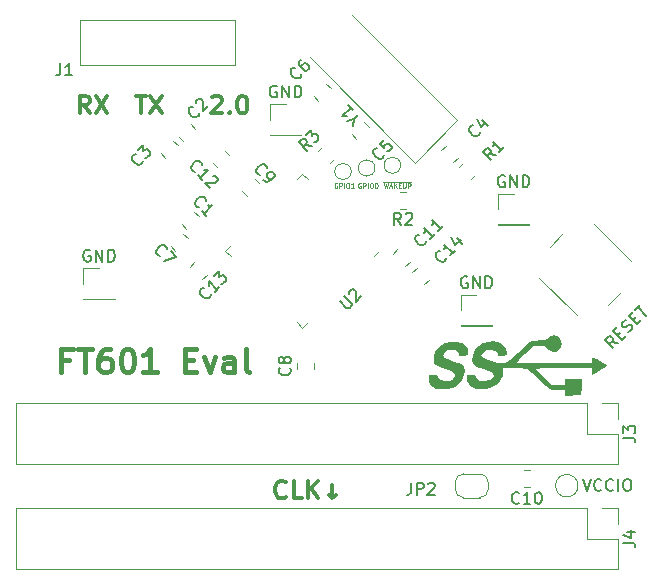
<source format=gbr>
%TF.GenerationSoftware,KiCad,Pcbnew,(6.0.4)*%
%TF.CreationDate,2022-04-10T17:23:06-04:00*%
%TF.ProjectId,ftdi601_breakout,66746469-3630-4315-9f62-7265616b6f75,rev?*%
%TF.SameCoordinates,Original*%
%TF.FileFunction,Legend,Top*%
%TF.FilePolarity,Positive*%
%FSLAX46Y46*%
G04 Gerber Fmt 4.6, Leading zero omitted, Abs format (unit mm)*
G04 Created by KiCad (PCBNEW (6.0.4)) date 2022-04-10 17:23:06*
%MOMM*%
%LPD*%
G01*
G04 APERTURE LIST*
%ADD10C,0.300000*%
%ADD11C,0.400000*%
%ADD12C,0.150000*%
%ADD13C,0.100000*%
%ADD14C,0.120000*%
G04 APERTURE END LIST*
D10*
X136414177Y-74378571D02*
X137271320Y-74378571D01*
X136842749Y-75878571D02*
X136842749Y-74378571D01*
X137628463Y-74378571D02*
X138628463Y-75878571D01*
X138628463Y-74378571D02*
X137628463Y-75878571D01*
D11*
X130766558Y-96757142D02*
X130099892Y-96757142D01*
X130099892Y-97804761D02*
X130099892Y-95804761D01*
X131052273Y-95804761D01*
X131528463Y-95804761D02*
X132671320Y-95804761D01*
X132099892Y-97804761D02*
X132099892Y-95804761D01*
X134195130Y-95804761D02*
X133814177Y-95804761D01*
X133623701Y-95900000D01*
X133528463Y-95995238D01*
X133337987Y-96280952D01*
X133242749Y-96661904D01*
X133242749Y-97423809D01*
X133337987Y-97614285D01*
X133433225Y-97709523D01*
X133623701Y-97804761D01*
X134004654Y-97804761D01*
X134195130Y-97709523D01*
X134290368Y-97614285D01*
X134385606Y-97423809D01*
X134385606Y-96947619D01*
X134290368Y-96757142D01*
X134195130Y-96661904D01*
X134004654Y-96566666D01*
X133623701Y-96566666D01*
X133433225Y-96661904D01*
X133337987Y-96757142D01*
X133242749Y-96947619D01*
X135623701Y-95804761D02*
X135814177Y-95804761D01*
X136004654Y-95900000D01*
X136099892Y-95995238D01*
X136195130Y-96185714D01*
X136290368Y-96566666D01*
X136290368Y-97042857D01*
X136195130Y-97423809D01*
X136099892Y-97614285D01*
X136004654Y-97709523D01*
X135814177Y-97804761D01*
X135623701Y-97804761D01*
X135433225Y-97709523D01*
X135337987Y-97614285D01*
X135242749Y-97423809D01*
X135147511Y-97042857D01*
X135147511Y-96566666D01*
X135242749Y-96185714D01*
X135337987Y-95995238D01*
X135433225Y-95900000D01*
X135623701Y-95804761D01*
X138195130Y-97804761D02*
X137052273Y-97804761D01*
X137623701Y-97804761D02*
X137623701Y-95804761D01*
X137433225Y-96090476D01*
X137242749Y-96280952D01*
X137052273Y-96376190D01*
X140576082Y-96757142D02*
X141242749Y-96757142D01*
X141528463Y-97804761D02*
X140576082Y-97804761D01*
X140576082Y-95804761D01*
X141528463Y-95804761D01*
X142195130Y-96471428D02*
X142671320Y-97804761D01*
X143147511Y-96471428D01*
X144766558Y-97804761D02*
X144766558Y-96757142D01*
X144671320Y-96566666D01*
X144480844Y-96471428D01*
X144099892Y-96471428D01*
X143909415Y-96566666D01*
X144766558Y-97709523D02*
X144576082Y-97804761D01*
X144099892Y-97804761D01*
X143909415Y-97709523D01*
X143814177Y-97519047D01*
X143814177Y-97328571D01*
X143909415Y-97138095D01*
X144099892Y-97042857D01*
X144576082Y-97042857D01*
X144766558Y-96947619D01*
X146004654Y-97804761D02*
X145814177Y-97709523D01*
X145718939Y-97519047D01*
X145718939Y-95804761D01*
D10*
X149135606Y-108335714D02*
X149064177Y-108407142D01*
X148849892Y-108478571D01*
X148707035Y-108478571D01*
X148492749Y-108407142D01*
X148349892Y-108264285D01*
X148278463Y-108121428D01*
X148207035Y-107835714D01*
X148207035Y-107621428D01*
X148278463Y-107335714D01*
X148349892Y-107192857D01*
X148492749Y-107050000D01*
X148707035Y-106978571D01*
X148849892Y-106978571D01*
X149064177Y-107050000D01*
X149135606Y-107121428D01*
X150492749Y-108478571D02*
X149778463Y-108478571D01*
X149778463Y-106978571D01*
X150992749Y-108478571D02*
X150992749Y-106978571D01*
X151849892Y-108478571D02*
X151207035Y-107621428D01*
X151849892Y-106978571D02*
X150992749Y-107835714D01*
X153064177Y-107335714D02*
X153064177Y-108478571D01*
X153349892Y-108192857D02*
X153064177Y-108478571D01*
X152778463Y-108192857D01*
X142857035Y-74521428D02*
X142928463Y-74450000D01*
X143071320Y-74378571D01*
X143428463Y-74378571D01*
X143571320Y-74450000D01*
X143642749Y-74521428D01*
X143714177Y-74664285D01*
X143714177Y-74807142D01*
X143642749Y-75021428D01*
X142785606Y-75878571D01*
X143714177Y-75878571D01*
X144357035Y-75735714D02*
X144428463Y-75807142D01*
X144357035Y-75878571D01*
X144285606Y-75807142D01*
X144357035Y-75735714D01*
X144357035Y-75878571D01*
X145357035Y-74378571D02*
X145499892Y-74378571D01*
X145642749Y-74450000D01*
X145714177Y-74521428D01*
X145785606Y-74664285D01*
X145857035Y-74950000D01*
X145857035Y-75307142D01*
X145785606Y-75592857D01*
X145714177Y-75735714D01*
X145642749Y-75807142D01*
X145499892Y-75878571D01*
X145357035Y-75878571D01*
X145214177Y-75807142D01*
X145142749Y-75735714D01*
X145071320Y-75592857D01*
X144999892Y-75307142D01*
X144999892Y-74950000D01*
X145071320Y-74664285D01*
X145142749Y-74521428D01*
X145214177Y-74450000D01*
X145357035Y-74378571D01*
X132507035Y-75878571D02*
X132007035Y-75164285D01*
X131649892Y-75878571D02*
X131649892Y-74378571D01*
X132221320Y-74378571D01*
X132364177Y-74450000D01*
X132435606Y-74521428D01*
X132507035Y-74664285D01*
X132507035Y-74878571D01*
X132435606Y-75021428D01*
X132364177Y-75092857D01*
X132221320Y-75164285D01*
X131649892Y-75164285D01*
X133007035Y-74378571D02*
X134007035Y-75878571D01*
X134007035Y-74378571D02*
X133007035Y-75878571D01*
D12*
%TO.C,J1*%
X130023701Y-71652380D02*
X130023701Y-72366666D01*
X129976082Y-72509523D01*
X129880844Y-72604761D01*
X129737987Y-72652380D01*
X129642749Y-72652380D01*
X131023701Y-72652380D02*
X130452273Y-72652380D01*
X130737987Y-72652380D02*
X130737987Y-71652380D01*
X130642749Y-71795238D01*
X130547511Y-71890476D01*
X130452273Y-71938095D01*
%TO.C,C2*%
X141791722Y-75870389D02*
X141791722Y-75937732D01*
X141724378Y-76072419D01*
X141657035Y-76139763D01*
X141522347Y-76207106D01*
X141387660Y-76207106D01*
X141286645Y-76173435D01*
X141118286Y-76072419D01*
X141017271Y-75971404D01*
X140916256Y-75803045D01*
X140882584Y-75702030D01*
X140882584Y-75567343D01*
X140949928Y-75432656D01*
X141017271Y-75365312D01*
X141151958Y-75297969D01*
X141219302Y-75297969D01*
X141488676Y-75028595D02*
X141488676Y-74961251D01*
X141522347Y-74860236D01*
X141690706Y-74691877D01*
X141791722Y-74658206D01*
X141859065Y-74658206D01*
X141960080Y-74691877D01*
X142027424Y-74759221D01*
X142094767Y-74893908D01*
X142094767Y-75702030D01*
X142532500Y-75264297D01*
%TO.C,C11*%
X160997969Y-86707106D02*
X160997969Y-86774450D01*
X160930625Y-86909137D01*
X160863282Y-86976480D01*
X160728595Y-87043824D01*
X160593908Y-87043824D01*
X160492893Y-87010152D01*
X160324534Y-86909137D01*
X160223519Y-86808122D01*
X160122503Y-86639763D01*
X160088832Y-86538748D01*
X160088832Y-86404061D01*
X160156175Y-86269374D01*
X160223519Y-86202030D01*
X160358206Y-86134687D01*
X160425549Y-86134687D01*
X161738748Y-86101015D02*
X161334687Y-86505076D01*
X161536717Y-86303045D02*
X160829610Y-85595938D01*
X160863282Y-85764297D01*
X160863282Y-85898984D01*
X160829610Y-86000000D01*
X162412183Y-85427580D02*
X162008122Y-85831641D01*
X162210152Y-85629610D02*
X161503045Y-84922503D01*
X161536717Y-85090862D01*
X161536717Y-85225549D01*
X161503045Y-85326564D01*
%TO.C,C10*%
X168864177Y-108837142D02*
X168816558Y-108884761D01*
X168673701Y-108932380D01*
X168578463Y-108932380D01*
X168435606Y-108884761D01*
X168340368Y-108789523D01*
X168292749Y-108694285D01*
X168245130Y-108503809D01*
X168245130Y-108360952D01*
X168292749Y-108170476D01*
X168340368Y-108075238D01*
X168435606Y-107980000D01*
X168578463Y-107932380D01*
X168673701Y-107932380D01*
X168816558Y-107980000D01*
X168864177Y-108027619D01*
X169816558Y-108932380D02*
X169245130Y-108932380D01*
X169530844Y-108932380D02*
X169530844Y-107932380D01*
X169435606Y-108075238D01*
X169340368Y-108170476D01*
X169245130Y-108218095D01*
X170435606Y-107932380D02*
X170530844Y-107932380D01*
X170626082Y-107980000D01*
X170673701Y-108027619D01*
X170721320Y-108122857D01*
X170768939Y-108313333D01*
X170768939Y-108551428D01*
X170721320Y-108741904D01*
X170673701Y-108837142D01*
X170626082Y-108884761D01*
X170530844Y-108932380D01*
X170435606Y-108932380D01*
X170340368Y-108884761D01*
X170292749Y-108837142D01*
X170245130Y-108741904D01*
X170197511Y-108551428D01*
X170197511Y-108313333D01*
X170245130Y-108122857D01*
X170292749Y-108027619D01*
X170340368Y-107980000D01*
X170435606Y-107932380D01*
%TO.C,C8*%
X149434177Y-97416666D02*
X149481796Y-97464285D01*
X149529415Y-97607142D01*
X149529415Y-97702380D01*
X149481796Y-97845238D01*
X149386558Y-97940476D01*
X149291320Y-97988095D01*
X149100844Y-98035714D01*
X148957987Y-98035714D01*
X148767511Y-97988095D01*
X148672273Y-97940476D01*
X148577035Y-97845238D01*
X148529415Y-97702380D01*
X148529415Y-97607142D01*
X148577035Y-97464285D01*
X148624654Y-97416666D01*
X148957987Y-96845238D02*
X148910368Y-96940476D01*
X148862749Y-96988095D01*
X148767511Y-97035714D01*
X148719892Y-97035714D01*
X148624654Y-96988095D01*
X148577035Y-96940476D01*
X148529415Y-96845238D01*
X148529415Y-96654761D01*
X148577035Y-96559523D01*
X148624654Y-96511904D01*
X148719892Y-96464285D01*
X148767511Y-96464285D01*
X148862749Y-96511904D01*
X148910368Y-96559523D01*
X148957987Y-96654761D01*
X148957987Y-96845238D01*
X149005606Y-96940476D01*
X149053225Y-96988095D01*
X149148463Y-97035714D01*
X149338939Y-97035714D01*
X149434177Y-96988095D01*
X149481796Y-96940476D01*
X149529415Y-96845238D01*
X149529415Y-96654761D01*
X149481796Y-96559523D01*
X149434177Y-96511904D01*
X149338939Y-96464285D01*
X149148463Y-96464285D01*
X149053225Y-96511904D01*
X149005606Y-96559523D01*
X148957987Y-96654761D01*
%TO.C,J3*%
X177682380Y-103328333D02*
X178396666Y-103328333D01*
X178539523Y-103375952D01*
X178634761Y-103471190D01*
X178682380Y-103614047D01*
X178682380Y-103709285D01*
X177682380Y-102947380D02*
X177682380Y-102328333D01*
X178063333Y-102661666D01*
X178063333Y-102518809D01*
X178110952Y-102423571D01*
X178158571Y-102375952D01*
X178253809Y-102328333D01*
X178491904Y-102328333D01*
X178587142Y-102375952D01*
X178634761Y-102423571D01*
X178682380Y-102518809D01*
X178682380Y-102804523D01*
X178634761Y-102899761D01*
X178587142Y-102947380D01*
%TO.C,C6*%
X150434687Y-72570389D02*
X150434687Y-72637732D01*
X150367343Y-72772419D01*
X150300000Y-72839763D01*
X150165312Y-72907106D01*
X150030625Y-72907106D01*
X149929610Y-72873435D01*
X149761251Y-72772419D01*
X149660236Y-72671404D01*
X149559221Y-72503045D01*
X149525549Y-72402030D01*
X149525549Y-72267343D01*
X149592893Y-72132656D01*
X149660236Y-72065312D01*
X149794923Y-71997969D01*
X149862267Y-71997969D01*
X150401015Y-71324534D02*
X150266328Y-71459221D01*
X150232656Y-71560236D01*
X150232656Y-71627580D01*
X150266328Y-71795938D01*
X150367343Y-71964297D01*
X150636717Y-72233671D01*
X150737732Y-72267343D01*
X150805076Y-72267343D01*
X150906091Y-72233671D01*
X151040778Y-72098984D01*
X151074450Y-71997969D01*
X151074450Y-71930625D01*
X151040778Y-71829610D01*
X150872419Y-71661251D01*
X150771404Y-71627580D01*
X150704061Y-71627580D01*
X150603045Y-71661251D01*
X150468358Y-71795938D01*
X150434687Y-71896954D01*
X150434687Y-71964297D01*
X150468358Y-72065312D01*
%TO.C,C13*%
X142755004Y-91207106D02*
X142755004Y-91274450D01*
X142687660Y-91409137D01*
X142620317Y-91476480D01*
X142485630Y-91543824D01*
X142350943Y-91543824D01*
X142249928Y-91510152D01*
X142081569Y-91409137D01*
X141980554Y-91308122D01*
X141879538Y-91139763D01*
X141845867Y-91038748D01*
X141845867Y-90904061D01*
X141913210Y-90769374D01*
X141980554Y-90702030D01*
X142115241Y-90634687D01*
X142182584Y-90634687D01*
X143495783Y-90601015D02*
X143091722Y-91005076D01*
X143293752Y-90803045D02*
X142586645Y-90095938D01*
X142620317Y-90264297D01*
X142620317Y-90398984D01*
X142586645Y-90500000D01*
X143024378Y-89658206D02*
X143462111Y-89220473D01*
X143495783Y-89725549D01*
X143596798Y-89624534D01*
X143697813Y-89590862D01*
X143765157Y-89590862D01*
X143866172Y-89624534D01*
X144034531Y-89792893D01*
X144068202Y-89893908D01*
X144068202Y-89961251D01*
X144034531Y-90062267D01*
X143832500Y-90264297D01*
X143731485Y-90297969D01*
X143664141Y-90297969D01*
%TO.C,GND*%
X167638095Y-81170000D02*
X167542857Y-81122380D01*
X167400000Y-81122380D01*
X167257142Y-81170000D01*
X167161904Y-81265238D01*
X167114285Y-81360476D01*
X167066666Y-81550952D01*
X167066666Y-81693809D01*
X167114285Y-81884285D01*
X167161904Y-81979523D01*
X167257142Y-82074761D01*
X167400000Y-82122380D01*
X167495238Y-82122380D01*
X167638095Y-82074761D01*
X167685714Y-82027142D01*
X167685714Y-81693809D01*
X167495238Y-81693809D01*
X168114285Y-82122380D02*
X168114285Y-81122380D01*
X168685714Y-82122380D01*
X168685714Y-81122380D01*
X169161904Y-82122380D02*
X169161904Y-81122380D01*
X169400000Y-81122380D01*
X169542857Y-81170000D01*
X169638095Y-81265238D01*
X169685714Y-81360476D01*
X169733333Y-81550952D01*
X169733333Y-81693809D01*
X169685714Y-81884285D01*
X169638095Y-81979523D01*
X169542857Y-82074761D01*
X169400000Y-82122380D01*
X169161904Y-82122380D01*
D13*
%TO.C,GPIO0*%
X155466558Y-81800000D02*
X155428463Y-81780952D01*
X155371320Y-81780952D01*
X155314177Y-81800000D01*
X155276082Y-81838095D01*
X155257035Y-81876190D01*
X155237987Y-81952380D01*
X155237987Y-82009523D01*
X155257035Y-82085714D01*
X155276082Y-82123809D01*
X155314177Y-82161904D01*
X155371320Y-82180952D01*
X155409415Y-82180952D01*
X155466558Y-82161904D01*
X155485606Y-82142857D01*
X155485606Y-82009523D01*
X155409415Y-82009523D01*
X155657035Y-82180952D02*
X155657035Y-81780952D01*
X155809415Y-81780952D01*
X155847511Y-81800000D01*
X155866558Y-81819047D01*
X155885606Y-81857142D01*
X155885606Y-81914285D01*
X155866558Y-81952380D01*
X155847511Y-81971428D01*
X155809415Y-81990476D01*
X155657035Y-81990476D01*
X156057035Y-82180952D02*
X156057035Y-81780952D01*
X156323701Y-81780952D02*
X156399892Y-81780952D01*
X156437987Y-81800000D01*
X156476082Y-81838095D01*
X156495130Y-81914285D01*
X156495130Y-82047619D01*
X156476082Y-82123809D01*
X156437987Y-82161904D01*
X156399892Y-82180952D01*
X156323701Y-82180952D01*
X156285606Y-82161904D01*
X156247511Y-82123809D01*
X156228463Y-82047619D01*
X156228463Y-81914285D01*
X156247511Y-81838095D01*
X156285606Y-81800000D01*
X156323701Y-81780952D01*
X156742749Y-81780952D02*
X156780844Y-81780952D01*
X156818939Y-81800000D01*
X156837987Y-81819047D01*
X156857035Y-81857142D01*
X156876082Y-81933333D01*
X156876082Y-82028571D01*
X156857035Y-82104761D01*
X156837987Y-82142857D01*
X156818939Y-82161904D01*
X156780844Y-82180952D01*
X156742749Y-82180952D01*
X156704654Y-82161904D01*
X156685606Y-82142857D01*
X156666558Y-82104761D01*
X156647511Y-82028571D01*
X156647511Y-81933333D01*
X156666558Y-81857142D01*
X156685606Y-81819047D01*
X156704654Y-81800000D01*
X156742749Y-81780952D01*
D12*
%TO.C,R2*%
X158865368Y-85302380D02*
X158532035Y-84826190D01*
X158293939Y-85302380D02*
X158293939Y-84302380D01*
X158674892Y-84302380D01*
X158770130Y-84350000D01*
X158817749Y-84397619D01*
X158865368Y-84492857D01*
X158865368Y-84635714D01*
X158817749Y-84730952D01*
X158770130Y-84778571D01*
X158674892Y-84826190D01*
X158293939Y-84826190D01*
X159246320Y-84397619D02*
X159293939Y-84350000D01*
X159389177Y-84302380D01*
X159627273Y-84302380D01*
X159722511Y-84350000D01*
X159770130Y-84397619D01*
X159817749Y-84492857D01*
X159817749Y-84588095D01*
X159770130Y-84730952D01*
X159198701Y-85302380D01*
X159817749Y-85302380D01*
%TO.C,C5*%
X157434687Y-79370389D02*
X157434687Y-79437732D01*
X157367343Y-79572419D01*
X157300000Y-79639763D01*
X157165312Y-79707106D01*
X157030625Y-79707106D01*
X156929610Y-79673435D01*
X156761251Y-79572419D01*
X156660236Y-79471404D01*
X156559221Y-79303045D01*
X156525549Y-79202030D01*
X156525549Y-79067343D01*
X156592893Y-78932656D01*
X156660236Y-78865312D01*
X156794923Y-78797969D01*
X156862267Y-78797969D01*
X157434687Y-78090862D02*
X157097969Y-78427580D01*
X157401015Y-78797969D01*
X157401015Y-78730625D01*
X157434687Y-78629610D01*
X157603045Y-78461251D01*
X157704061Y-78427580D01*
X157771404Y-78427580D01*
X157872419Y-78461251D01*
X158040778Y-78629610D01*
X158074450Y-78730625D01*
X158074450Y-78797969D01*
X158040778Y-78898984D01*
X157872419Y-79067343D01*
X157771404Y-79101015D01*
X157704061Y-79101015D01*
%TO.C,C4*%
X165534687Y-77470389D02*
X165534687Y-77537732D01*
X165467343Y-77672419D01*
X165400000Y-77739763D01*
X165265312Y-77807106D01*
X165130625Y-77807106D01*
X165029610Y-77773435D01*
X164861251Y-77672419D01*
X164760236Y-77571404D01*
X164659221Y-77403045D01*
X164625549Y-77302030D01*
X164625549Y-77167343D01*
X164692893Y-77032656D01*
X164760236Y-76965312D01*
X164894923Y-76897969D01*
X164962267Y-76897969D01*
X165736717Y-76460236D02*
X166208122Y-76931641D01*
X165298984Y-76359221D02*
X165635702Y-77032656D01*
X166073435Y-76594923D01*
%TO.C,C14*%
X162697969Y-88107106D02*
X162697969Y-88174450D01*
X162630625Y-88309137D01*
X162563282Y-88376480D01*
X162428595Y-88443824D01*
X162293908Y-88443824D01*
X162192893Y-88410152D01*
X162024534Y-88309137D01*
X161923519Y-88208122D01*
X161822503Y-88039763D01*
X161788832Y-87938748D01*
X161788832Y-87804061D01*
X161856175Y-87669374D01*
X161923519Y-87602030D01*
X162058206Y-87534687D01*
X162125549Y-87534687D01*
X163438748Y-87501015D02*
X163034687Y-87905076D01*
X163236717Y-87703045D02*
X162529610Y-86995938D01*
X162563282Y-87164297D01*
X162563282Y-87298984D01*
X162529610Y-87400000D01*
X163573435Y-86423519D02*
X164044839Y-86894923D01*
X163135702Y-86322503D02*
X163472419Y-86995938D01*
X163910152Y-86558206D01*
%TO.C,GND*%
X148338095Y-73570000D02*
X148242857Y-73522380D01*
X148100000Y-73522380D01*
X147957142Y-73570000D01*
X147861904Y-73665238D01*
X147814285Y-73760476D01*
X147766666Y-73950952D01*
X147766666Y-74093809D01*
X147814285Y-74284285D01*
X147861904Y-74379523D01*
X147957142Y-74474761D01*
X148100000Y-74522380D01*
X148195238Y-74522380D01*
X148338095Y-74474761D01*
X148385714Y-74427142D01*
X148385714Y-74093809D01*
X148195238Y-74093809D01*
X148814285Y-74522380D02*
X148814285Y-73522380D01*
X149385714Y-74522380D01*
X149385714Y-73522380D01*
X149861904Y-74522380D02*
X149861904Y-73522380D01*
X150100000Y-73522380D01*
X150242857Y-73570000D01*
X150338095Y-73665238D01*
X150385714Y-73760476D01*
X150433333Y-73950952D01*
X150433333Y-74093809D01*
X150385714Y-74284285D01*
X150338095Y-74379523D01*
X150242857Y-74474761D01*
X150100000Y-74522380D01*
X149861904Y-74522380D01*
%TO.C,R3*%
X151302030Y-78637731D02*
X150729610Y-78536716D01*
X150897969Y-79041792D02*
X150190862Y-78334686D01*
X150460236Y-78065311D01*
X150561251Y-78031640D01*
X150628595Y-78031640D01*
X150729610Y-78065311D01*
X150830625Y-78166327D01*
X150864297Y-78267342D01*
X150864297Y-78334686D01*
X150830625Y-78435701D01*
X150561251Y-78705075D01*
X150830625Y-77694922D02*
X151268358Y-77257189D01*
X151302030Y-77762266D01*
X151403045Y-77661250D01*
X151504061Y-77627579D01*
X151571404Y-77627579D01*
X151672419Y-77661250D01*
X151840778Y-77829609D01*
X151874450Y-77930624D01*
X151874450Y-77997968D01*
X151840778Y-78098983D01*
X151638748Y-78301014D01*
X151537732Y-78334686D01*
X151470389Y-78334686D01*
%TO.C,RESET*%
X177249928Y-95346870D02*
X176677508Y-95245854D01*
X176845867Y-95750931D02*
X176138760Y-95043824D01*
X176408134Y-94774450D01*
X176509149Y-94740778D01*
X176576493Y-94740778D01*
X176677508Y-94774450D01*
X176778523Y-94875465D01*
X176812195Y-94976480D01*
X176812195Y-95043824D01*
X176778523Y-95144839D01*
X176509149Y-95414213D01*
X177182584Y-94673435D02*
X177418286Y-94437732D01*
X177889691Y-94707106D02*
X177552973Y-95043824D01*
X176845867Y-94336717D01*
X177182584Y-94000000D01*
X178125393Y-94404061D02*
X178260080Y-94336717D01*
X178428439Y-94168358D01*
X178462111Y-94067343D01*
X178462111Y-94000000D01*
X178428439Y-93898984D01*
X178361096Y-93831641D01*
X178260080Y-93797969D01*
X178192737Y-93797969D01*
X178091722Y-93831641D01*
X177923363Y-93932656D01*
X177822347Y-93966328D01*
X177755004Y-93966328D01*
X177653989Y-93932656D01*
X177586645Y-93865312D01*
X177552973Y-93764297D01*
X177552973Y-93696954D01*
X177586645Y-93595938D01*
X177755004Y-93427580D01*
X177889691Y-93360236D01*
X178495783Y-93360236D02*
X178731485Y-93124534D01*
X179202889Y-93393908D02*
X178866172Y-93730625D01*
X178159065Y-93023519D01*
X178495783Y-92686801D01*
X178697813Y-92484771D02*
X179101874Y-92080710D01*
X179606950Y-92989847D02*
X178899844Y-92282740D01*
%TO.C,C7*%
X138486645Y-87934687D02*
X138419302Y-87934687D01*
X138284615Y-87867343D01*
X138217271Y-87800000D01*
X138149928Y-87665312D01*
X138149928Y-87530625D01*
X138183599Y-87429610D01*
X138284615Y-87261251D01*
X138385630Y-87160236D01*
X138553989Y-87059221D01*
X138655004Y-87025549D01*
X138789691Y-87025549D01*
X138924378Y-87092893D01*
X138991722Y-87160236D01*
X139059065Y-87294923D01*
X139059065Y-87362267D01*
X139362111Y-87530625D02*
X139833515Y-88002030D01*
X138823363Y-88406091D01*
%TO.C,J4*%
X177682380Y-112218333D02*
X178396666Y-112218333D01*
X178539523Y-112265952D01*
X178634761Y-112361190D01*
X178682380Y-112504047D01*
X178682380Y-112599285D01*
X178015714Y-111313571D02*
X178682380Y-111313571D01*
X177634761Y-111551666D02*
X178349047Y-111789761D01*
X178349047Y-111170714D01*
%TO.C,Y1*%
X154909652Y-76363782D02*
X155246370Y-76027064D01*
X154774965Y-76969873D02*
X154909652Y-76363782D01*
X154303561Y-76498469D01*
X154404576Y-75185271D02*
X154808637Y-75589332D01*
X154606606Y-75387301D02*
X153899500Y-76094408D01*
X154067858Y-76060736D01*
X154202545Y-76060736D01*
X154303561Y-76094408D01*
%TO.C,C9*%
X146953424Y-81082624D02*
X146886081Y-81082624D01*
X146751394Y-81015280D01*
X146684050Y-80947937D01*
X146616707Y-80813249D01*
X146616707Y-80678562D01*
X146650378Y-80577547D01*
X146751394Y-80409188D01*
X146852409Y-80308173D01*
X147020768Y-80207158D01*
X147121783Y-80173486D01*
X147256470Y-80173486D01*
X147391157Y-80240830D01*
X147458501Y-80308173D01*
X147525844Y-80442860D01*
X147525844Y-80510204D01*
X147222798Y-81486685D02*
X147357485Y-81621372D01*
X147458501Y-81655043D01*
X147525844Y-81655043D01*
X147694203Y-81621372D01*
X147862562Y-81520356D01*
X148131936Y-81250982D01*
X148165607Y-81149967D01*
X148165607Y-81082624D01*
X148131936Y-80981608D01*
X147997249Y-80846921D01*
X147896233Y-80813249D01*
X147828890Y-80813249D01*
X147727875Y-80846921D01*
X147559516Y-81015280D01*
X147525844Y-81116295D01*
X147525844Y-81183639D01*
X147559516Y-81284654D01*
X147694203Y-81419341D01*
X147795218Y-81453013D01*
X147862562Y-81453013D01*
X147963577Y-81419341D01*
%TO.C,JP2*%
X159723701Y-107152380D02*
X159723701Y-107866666D01*
X159676082Y-108009523D01*
X159580844Y-108104761D01*
X159437987Y-108152380D01*
X159342749Y-108152380D01*
X160199892Y-108152380D02*
X160199892Y-107152380D01*
X160580844Y-107152380D01*
X160676082Y-107200000D01*
X160723701Y-107247619D01*
X160771320Y-107342857D01*
X160771320Y-107485714D01*
X160723701Y-107580952D01*
X160676082Y-107628571D01*
X160580844Y-107676190D01*
X160199892Y-107676190D01*
X161152273Y-107247619D02*
X161199892Y-107200000D01*
X161295130Y-107152380D01*
X161533225Y-107152380D01*
X161628463Y-107200000D01*
X161676082Y-107247619D01*
X161723701Y-107342857D01*
X161723701Y-107438095D01*
X161676082Y-107580952D01*
X161104654Y-108152380D01*
X161723701Y-108152380D01*
%TO.C,C1*%
X141786645Y-83834687D02*
X141719302Y-83834687D01*
X141584615Y-83767343D01*
X141517271Y-83700000D01*
X141449928Y-83565312D01*
X141449928Y-83430625D01*
X141483599Y-83329610D01*
X141584615Y-83161251D01*
X141685630Y-83060236D01*
X141853989Y-82959221D01*
X141955004Y-82925549D01*
X142089691Y-82925549D01*
X142224378Y-82992893D01*
X142291722Y-83060236D01*
X142359065Y-83194923D01*
X142359065Y-83262267D01*
X142392737Y-84575465D02*
X141988676Y-84171404D01*
X142190706Y-84373435D02*
X142897813Y-83666328D01*
X142729454Y-83700000D01*
X142594767Y-83700000D01*
X142493752Y-83666328D01*
%TO.C,U2*%
X153675245Y-91773021D02*
X154247665Y-92345441D01*
X154348680Y-92379113D01*
X154416024Y-92379113D01*
X154517039Y-92345441D01*
X154651726Y-92210754D01*
X154685398Y-92109739D01*
X154685398Y-92042395D01*
X154651726Y-91941380D01*
X154079306Y-91368960D01*
X154449696Y-91133258D02*
X154449696Y-91065915D01*
X154483367Y-90964899D01*
X154651726Y-90796541D01*
X154752741Y-90762869D01*
X154820085Y-90762869D01*
X154921100Y-90796541D01*
X154988444Y-90863884D01*
X155055787Y-90998571D01*
X155055787Y-91806693D01*
X155493520Y-91368960D01*
%TO.C,R1*%
X166902030Y-79437732D02*
X166329610Y-79336717D01*
X166497969Y-79841793D02*
X165790862Y-79134687D01*
X166060236Y-78865312D01*
X166161251Y-78831641D01*
X166228595Y-78831641D01*
X166329610Y-78865312D01*
X166430625Y-78966328D01*
X166464297Y-79067343D01*
X166464297Y-79134687D01*
X166430625Y-79235702D01*
X166161251Y-79505076D01*
X167575465Y-78764297D02*
X167171404Y-79168358D01*
X167373435Y-78966328D02*
X166666328Y-78259221D01*
X166700000Y-78427580D01*
X166700000Y-78562267D01*
X166666328Y-78663282D01*
%TO.C,C12*%
X141449928Y-80797969D02*
X141382584Y-80797969D01*
X141247897Y-80730625D01*
X141180554Y-80663282D01*
X141113210Y-80528595D01*
X141113210Y-80393908D01*
X141146882Y-80292893D01*
X141247897Y-80124534D01*
X141348912Y-80023519D01*
X141517271Y-79922503D01*
X141618286Y-79888832D01*
X141752973Y-79888832D01*
X141887660Y-79956175D01*
X141955004Y-80023519D01*
X142022347Y-80158206D01*
X142022347Y-80225549D01*
X142056019Y-81538748D02*
X141651958Y-81134687D01*
X141853989Y-81336717D02*
X142561096Y-80629610D01*
X142392737Y-80663282D01*
X142258050Y-80663282D01*
X142157035Y-80629610D01*
X142965157Y-81168358D02*
X143032500Y-81168358D01*
X143133515Y-81202030D01*
X143301874Y-81370389D01*
X143335546Y-81471404D01*
X143335546Y-81538748D01*
X143301874Y-81639763D01*
X143234531Y-81707106D01*
X143099844Y-81774450D01*
X142291722Y-81774450D01*
X142729454Y-82212183D01*
D13*
%TO.C,~{WAKEUP}*%
X157366558Y-81668000D02*
X157823701Y-81668000D01*
X157423701Y-81780952D02*
X157518939Y-82180952D01*
X157595130Y-81895238D01*
X157671320Y-82180952D01*
X157766558Y-81780952D01*
X157823701Y-81668000D02*
X158166558Y-81668000D01*
X157899892Y-82066666D02*
X158090368Y-82066666D01*
X157861796Y-82180952D02*
X157995130Y-81780952D01*
X158128463Y-82180952D01*
X158166558Y-81668000D02*
X158566558Y-81668000D01*
X158261796Y-82180952D02*
X158261796Y-81780952D01*
X158490368Y-82180952D02*
X158318939Y-81952380D01*
X158490368Y-81780952D02*
X158261796Y-82009523D01*
X158566558Y-81668000D02*
X158928463Y-81668000D01*
X158661796Y-81971428D02*
X158795130Y-81971428D01*
X158852273Y-82180952D02*
X158661796Y-82180952D01*
X158661796Y-81780952D01*
X158852273Y-81780952D01*
X158928463Y-81668000D02*
X159347511Y-81668000D01*
X159023701Y-81780952D02*
X159023701Y-82104761D01*
X159042749Y-82142857D01*
X159061796Y-82161904D01*
X159099892Y-82180952D01*
X159176082Y-82180952D01*
X159214177Y-82161904D01*
X159233225Y-82142857D01*
X159252273Y-82104761D01*
X159252273Y-81780952D01*
X159347511Y-81668000D02*
X159747511Y-81668000D01*
X159442749Y-82180952D02*
X159442749Y-81780952D01*
X159595130Y-81780952D01*
X159633225Y-81800000D01*
X159652273Y-81819047D01*
X159671320Y-81857142D01*
X159671320Y-81914285D01*
X159652273Y-81952380D01*
X159633225Y-81971428D01*
X159595130Y-81990476D01*
X159442749Y-81990476D01*
D12*
%TO.C,GND*%
X164495130Y-89720000D02*
X164399892Y-89672380D01*
X164257035Y-89672380D01*
X164114177Y-89720000D01*
X164018939Y-89815238D01*
X163971320Y-89910476D01*
X163923701Y-90100952D01*
X163923701Y-90243809D01*
X163971320Y-90434285D01*
X164018939Y-90529523D01*
X164114177Y-90624761D01*
X164257035Y-90672380D01*
X164352273Y-90672380D01*
X164495130Y-90624761D01*
X164542749Y-90577142D01*
X164542749Y-90243809D01*
X164352273Y-90243809D01*
X164971320Y-90672380D02*
X164971320Y-89672380D01*
X165542749Y-90672380D01*
X165542749Y-89672380D01*
X166018939Y-90672380D02*
X166018939Y-89672380D01*
X166257035Y-89672380D01*
X166399892Y-89720000D01*
X166495130Y-89815238D01*
X166542749Y-89910476D01*
X166590368Y-90100952D01*
X166590368Y-90243809D01*
X166542749Y-90434285D01*
X166495130Y-90529523D01*
X166399892Y-90624761D01*
X166257035Y-90672380D01*
X166018939Y-90672380D01*
X132538095Y-87470000D02*
X132442857Y-87422380D01*
X132300000Y-87422380D01*
X132157142Y-87470000D01*
X132061904Y-87565238D01*
X132014285Y-87660476D01*
X131966666Y-87850952D01*
X131966666Y-87993809D01*
X132014285Y-88184285D01*
X132061904Y-88279523D01*
X132157142Y-88374761D01*
X132300000Y-88422380D01*
X132395238Y-88422380D01*
X132538095Y-88374761D01*
X132585714Y-88327142D01*
X132585714Y-87993809D01*
X132395238Y-87993809D01*
X133014285Y-88422380D02*
X133014285Y-87422380D01*
X133585714Y-88422380D01*
X133585714Y-87422380D01*
X134061904Y-88422380D02*
X134061904Y-87422380D01*
X134300000Y-87422380D01*
X134442857Y-87470000D01*
X134538095Y-87565238D01*
X134585714Y-87660476D01*
X134633333Y-87850952D01*
X134633333Y-87993809D01*
X134585714Y-88184285D01*
X134538095Y-88279523D01*
X134442857Y-88374761D01*
X134300000Y-88422380D01*
X134061904Y-88422380D01*
%TO.C,C3*%
X136991722Y-79870389D02*
X136991722Y-79937732D01*
X136924378Y-80072419D01*
X136857035Y-80139763D01*
X136722347Y-80207106D01*
X136587660Y-80207106D01*
X136486645Y-80173435D01*
X136318286Y-80072419D01*
X136217271Y-79971404D01*
X136116256Y-79803045D01*
X136082584Y-79702030D01*
X136082584Y-79567343D01*
X136149928Y-79432656D01*
X136217271Y-79365312D01*
X136351958Y-79297969D01*
X136419302Y-79297969D01*
X136587660Y-78994923D02*
X137025393Y-78557190D01*
X137059065Y-79062267D01*
X137160080Y-78961251D01*
X137261096Y-78927580D01*
X137328439Y-78927580D01*
X137429454Y-78961251D01*
X137597813Y-79129610D01*
X137631485Y-79230625D01*
X137631485Y-79297969D01*
X137597813Y-79398984D01*
X137395783Y-79601015D01*
X137294767Y-79634687D01*
X137227424Y-79634687D01*
%TO.C,VCCIO*%
X174261796Y-106852380D02*
X174595130Y-107852380D01*
X174928463Y-106852380D01*
X175833225Y-107757142D02*
X175785606Y-107804761D01*
X175642749Y-107852380D01*
X175547511Y-107852380D01*
X175404654Y-107804761D01*
X175309415Y-107709523D01*
X175261796Y-107614285D01*
X175214177Y-107423809D01*
X175214177Y-107280952D01*
X175261796Y-107090476D01*
X175309415Y-106995238D01*
X175404654Y-106900000D01*
X175547511Y-106852380D01*
X175642749Y-106852380D01*
X175785606Y-106900000D01*
X175833225Y-106947619D01*
X176833225Y-107757142D02*
X176785606Y-107804761D01*
X176642749Y-107852380D01*
X176547511Y-107852380D01*
X176404654Y-107804761D01*
X176309415Y-107709523D01*
X176261796Y-107614285D01*
X176214177Y-107423809D01*
X176214177Y-107280952D01*
X176261796Y-107090476D01*
X176309415Y-106995238D01*
X176404654Y-106900000D01*
X176547511Y-106852380D01*
X176642749Y-106852380D01*
X176785606Y-106900000D01*
X176833225Y-106947619D01*
X177261796Y-107852380D02*
X177261796Y-106852380D01*
X177928463Y-106852380D02*
X178118939Y-106852380D01*
X178214177Y-106900000D01*
X178309415Y-106995238D01*
X178357035Y-107185714D01*
X178357035Y-107519047D01*
X178309415Y-107709523D01*
X178214177Y-107804761D01*
X178118939Y-107852380D01*
X177928463Y-107852380D01*
X177833225Y-107804761D01*
X177737987Y-107709523D01*
X177690368Y-107519047D01*
X177690368Y-107185714D01*
X177737987Y-106995238D01*
X177833225Y-106900000D01*
X177928463Y-106852380D01*
D13*
%TO.C,GPIO1*%
X153466558Y-81800000D02*
X153428463Y-81780952D01*
X153371320Y-81780952D01*
X153314177Y-81800000D01*
X153276082Y-81838095D01*
X153257035Y-81876190D01*
X153237987Y-81952380D01*
X153237987Y-82009523D01*
X153257035Y-82085714D01*
X153276082Y-82123809D01*
X153314177Y-82161904D01*
X153371320Y-82180952D01*
X153409415Y-82180952D01*
X153466558Y-82161904D01*
X153485606Y-82142857D01*
X153485606Y-82009523D01*
X153409415Y-82009523D01*
X153657035Y-82180952D02*
X153657035Y-81780952D01*
X153809415Y-81780952D01*
X153847511Y-81800000D01*
X153866558Y-81819047D01*
X153885606Y-81857142D01*
X153885606Y-81914285D01*
X153866558Y-81952380D01*
X153847511Y-81971428D01*
X153809415Y-81990476D01*
X153657035Y-81990476D01*
X154057035Y-82180952D02*
X154057035Y-81780952D01*
X154323701Y-81780952D02*
X154399892Y-81780952D01*
X154437987Y-81800000D01*
X154476082Y-81838095D01*
X154495130Y-81914285D01*
X154495130Y-82047619D01*
X154476082Y-82123809D01*
X154437987Y-82161904D01*
X154399892Y-82180952D01*
X154323701Y-82180952D01*
X154285606Y-82161904D01*
X154247511Y-82123809D01*
X154228463Y-82047619D01*
X154228463Y-81914285D01*
X154247511Y-81838095D01*
X154285606Y-81800000D01*
X154323701Y-81780952D01*
X154876082Y-82180952D02*
X154647511Y-82180952D01*
X154761796Y-82180952D02*
X154761796Y-81780952D01*
X154723701Y-81838095D01*
X154685606Y-81876190D01*
X154647511Y-81895238D01*
D14*
%TO.C,J1*%
X144800000Y-71775000D02*
X131700000Y-71775000D01*
X131700000Y-71775000D02*
X131700000Y-67975000D01*
X131700000Y-67975000D02*
X144800000Y-67975000D01*
X144800000Y-67975000D02*
X144800000Y-71775000D01*
%TO.C,C2*%
X140415010Y-78204457D02*
X140045543Y-77834990D01*
X141454457Y-77165010D02*
X141084990Y-76795543D01*
%TO.C,C11*%
X158181419Y-87750885D02*
X158550886Y-87381418D01*
X159220866Y-88790332D02*
X159590333Y-88420865D01*
%TO.C,C10*%
X169768287Y-107535000D02*
X169245783Y-107535000D01*
X169768287Y-106065000D02*
X169245783Y-106065000D01*
%TO.C,C8*%
X150022035Y-97511252D02*
X150022035Y-96988748D01*
X151492035Y-97511252D02*
X151492035Y-96988748D01*
%TO.C,J3*%
X174630000Y-100395000D02*
X126310000Y-100395000D01*
X174630000Y-102995000D02*
X177230000Y-102995000D01*
X175900000Y-100395000D02*
X177230000Y-100395000D01*
X177230000Y-102995000D02*
X177230000Y-105595000D01*
X126310000Y-100395000D02*
X126310000Y-105595000D01*
X174630000Y-100395000D02*
X174630000Y-102995000D01*
X177230000Y-105595000D02*
X126310000Y-105595000D01*
X177230000Y-100395000D02*
X177230000Y-101725000D01*
%TO.C,C6*%
X152904457Y-73765010D02*
X152534990Y-73395543D01*
X151865010Y-74804457D02*
X151495543Y-74434990D01*
%TO.C,C13*%
X142034990Y-89904457D02*
X142404457Y-89534990D01*
X140995543Y-88865010D02*
X141365010Y-88495543D01*
%TO.C,GND*%
X169730000Y-85270000D02*
X169730000Y-85330000D01*
X167070000Y-85270000D02*
X167070000Y-85330000D01*
X167070000Y-82670000D02*
X168400000Y-82670000D01*
X167070000Y-85330000D02*
X169730000Y-85330000D01*
X167070000Y-85270000D02*
X169730000Y-85270000D01*
X167070000Y-84000000D02*
X167070000Y-82670000D01*
%TO.C,GPIO0*%
X156657035Y-80500000D02*
G75*
G03*
X156657035Y-80500000I-700000J0D01*
G01*
%TO.C,R2*%
X158792471Y-83985000D02*
X159246599Y-83985000D01*
X158792471Y-82515000D02*
X159246599Y-82515000D01*
%TO.C,C5*%
X154723792Y-77663239D02*
X155093259Y-78032706D01*
X155763239Y-76623792D02*
X156132706Y-76993259D01*
%TO.C,C4*%
X163306741Y-80032706D02*
X163676208Y-79663239D01*
X162267294Y-78993259D02*
X162636761Y-78623792D01*
%TO.C,C14*%
X160849115Y-90362083D02*
X161218582Y-89992616D01*
X159809668Y-89322636D02*
X160179135Y-88953169D01*
%TO.C,GND*%
X147770000Y-77670000D02*
X150430000Y-77670000D01*
X150430000Y-77670000D02*
X150430000Y-77730000D01*
X147770000Y-77730000D02*
X150430000Y-77730000D01*
X147770000Y-77670000D02*
X147770000Y-77730000D01*
X147770000Y-75070000D02*
X149100000Y-75070000D01*
X147770000Y-76400000D02*
X147770000Y-75070000D01*
%TO.C,R3*%
X152859165Y-80080282D02*
X153180282Y-79759165D01*
X151819718Y-79040835D02*
X152140835Y-78719718D01*
%TO.C,RESET*%
X176412491Y-92098097D02*
X177473152Y-91037437D01*
X170578860Y-89800000D02*
X173760841Y-92981981D01*
X172523404Y-86087689D02*
X171462744Y-87148350D01*
X178357035Y-88385787D02*
X175175055Y-85203806D01*
%TO.C,C7*%
X139395543Y-87134990D02*
X139765010Y-87504457D01*
X140434990Y-86095543D02*
X140804457Y-86465010D01*
%TO.C,J4*%
X177230000Y-109285000D02*
X177230000Y-110615000D01*
X177230000Y-114485000D02*
X126310000Y-114485000D01*
X174630000Y-111885000D02*
X177230000Y-111885000D01*
X174630000Y-109285000D02*
X126310000Y-109285000D01*
X126310000Y-109285000D02*
X126310000Y-114485000D01*
X177230000Y-111885000D02*
X177230000Y-114485000D01*
X174630000Y-109285000D02*
X174630000Y-111885000D01*
X175900000Y-109285000D02*
X177230000Y-109285000D01*
%TO.C,Y1*%
X160034493Y-80040738D02*
X163640738Y-76434493D01*
X151124948Y-71131192D02*
X160034493Y-80040738D01*
X163640738Y-76434493D02*
X154731192Y-67524948D01*
%TO.C,C9*%
X145431418Y-82470866D02*
X145800885Y-82840333D01*
X146470865Y-81431419D02*
X146840332Y-81800886D01*
%TO.C,JP2*%
X165550000Y-108400000D02*
X164150000Y-108400000D01*
X163450000Y-107700000D02*
X163450000Y-107100000D01*
X166250000Y-107100000D02*
X166250000Y-107700000D01*
X164150000Y-106400000D02*
X165550000Y-106400000D01*
X163450000Y-107700000D02*
G75*
G03*
X164150000Y-108400000I700000J0D01*
G01*
X166250000Y-107100000D02*
G75*
G03*
X165550000Y-106400000I-699999J1D01*
G01*
X165550000Y-108400000D02*
G75*
G03*
X166250000Y-107700000I1J699999D01*
G01*
X164150000Y-106400000D02*
G75*
G03*
X163450000Y-107100000I0J-700000D01*
G01*
%TO.C,G\u002A\u002A\u002A*%
G36*
X163594671Y-95200419D02*
G01*
X164017694Y-95297861D01*
X164324729Y-95485775D01*
X164507294Y-95755608D01*
X164556908Y-96098806D01*
X164551344Y-96165291D01*
X164522103Y-96301607D01*
X164445780Y-96371723D01*
X164278208Y-96403152D01*
X164154573Y-96412436D01*
X163928867Y-96418976D01*
X163818697Y-96391239D01*
X163784623Y-96315286D01*
X163783342Y-96281249D01*
X163716790Y-96065245D01*
X163518562Y-95931378D01*
X163190801Y-95881008D01*
X163152529Y-95880615D01*
X162819995Y-95927095D01*
X162583077Y-96056667D01*
X162464260Y-96254531D01*
X162454727Y-96339969D01*
X162487095Y-96478948D01*
X162600460Y-96592956D01*
X162819214Y-96697988D01*
X163167749Y-96810040D01*
X163174555Y-96811989D01*
X163659766Y-96971414D01*
X163995344Y-97128968D01*
X164178435Y-97283216D01*
X164203718Y-97329963D01*
X164260389Y-97668981D01*
X164208202Y-98052803D01*
X164056127Y-98423528D01*
X164026802Y-98471993D01*
X163705771Y-98837393D01*
X163284528Y-99088849D01*
X162776395Y-99219851D01*
X162458920Y-99238171D01*
X162148287Y-99220108D01*
X161864537Y-99176366D01*
X161702754Y-99128930D01*
X161411982Y-98930613D01*
X161247246Y-98641468D01*
X161204265Y-98325072D01*
X161204265Y-97990769D01*
X161595035Y-97990769D01*
X161831228Y-97999896D01*
X161948857Y-98036415D01*
X161985064Y-98114030D01*
X161985804Y-98134964D01*
X162055770Y-98338609D01*
X162257693Y-98474322D01*
X162579608Y-98535152D01*
X162679356Y-98537846D01*
X162955591Y-98521000D01*
X163141046Y-98456984D01*
X163278895Y-98346014D01*
X163430070Y-98150950D01*
X163455703Y-97982588D01*
X163348499Y-97831632D01*
X163101159Y-97688787D01*
X162706387Y-97544757D01*
X162631978Y-97521863D01*
X162177906Y-97359349D01*
X161867036Y-97181183D01*
X161686262Y-96971209D01*
X161622478Y-96713266D01*
X161662580Y-96391199D01*
X161675170Y-96342181D01*
X161862073Y-95933057D01*
X162168326Y-95599240D01*
X162569193Y-95355443D01*
X163039936Y-95216381D01*
X163555819Y-95196766D01*
X163594671Y-95200419D01*
G37*
G36*
X172078586Y-94737950D02*
G01*
X172299119Y-94902753D01*
X172444037Y-95150696D01*
X172481414Y-95364506D01*
X172420173Y-95671491D01*
X172237782Y-95908919D01*
X171964434Y-96046306D01*
X171784415Y-96068184D01*
X171556732Y-96036429D01*
X171377240Y-95916141D01*
X171288130Y-95818092D01*
X171165829Y-95684609D01*
X171046871Y-95609633D01*
X170881592Y-95576397D01*
X170620330Y-95568132D01*
X170547433Y-95568000D01*
X170015522Y-95568000D01*
X169322202Y-96246451D01*
X169057432Y-96510420D01*
X168839301Y-96737182D01*
X168689363Y-96903653D01*
X168629176Y-96986749D01*
X168628881Y-96988912D01*
X168704310Y-97002707D01*
X168919705Y-97015482D01*
X169258725Y-97026910D01*
X169705029Y-97036664D01*
X170242276Y-97044420D01*
X170854126Y-97049849D01*
X171524238Y-97052625D01*
X171833188Y-97052923D01*
X175037496Y-97052923D01*
X175037496Y-96772872D01*
X175052048Y-96597233D01*
X175088020Y-96518356D01*
X175097810Y-96518872D01*
X175233420Y-96586592D01*
X175442631Y-96700859D01*
X175689949Y-96841036D01*
X175939880Y-96986487D01*
X176156931Y-97116576D01*
X176305606Y-97210665D01*
X176351439Y-97247741D01*
X176269487Y-97301580D01*
X176092715Y-97408374D01*
X175857966Y-97546757D01*
X175602083Y-97695364D01*
X175361910Y-97832831D01*
X175174289Y-97937791D01*
X175076063Y-97988880D01*
X175070115Y-97990769D01*
X175048541Y-97921959D01*
X175037773Y-97752796D01*
X175037496Y-97717231D01*
X175037496Y-97443692D01*
X172653804Y-97443692D01*
X172061849Y-97445535D01*
X171523981Y-97450753D01*
X171059062Y-97458881D01*
X170685954Y-97469454D01*
X170423520Y-97482006D01*
X170290622Y-97496073D01*
X170277968Y-97502307D01*
X170335231Y-97575138D01*
X170485488Y-97730524D01*
X170706097Y-97945851D01*
X170974417Y-98198503D01*
X170982179Y-98205692D01*
X171678532Y-98850461D01*
X172771035Y-98850461D01*
X172771035Y-98381538D01*
X174183889Y-98381538D01*
X174161308Y-99065384D01*
X174138727Y-99749231D01*
X172771035Y-99794393D01*
X172771035Y-99319384D01*
X172218820Y-99319384D01*
X171915484Y-99307169D01*
X171654848Y-99275178D01*
X171495897Y-99231288D01*
X171373095Y-99143335D01*
X171168736Y-98971131D01*
X170912332Y-98740404D01*
X170660881Y-98503412D01*
X170284731Y-98142041D01*
X169994052Y-97873802D01*
X169760372Y-97684830D01*
X169555216Y-97561260D01*
X169350113Y-97489226D01*
X169116588Y-97454862D01*
X168826169Y-97444302D01*
X168484734Y-97443692D01*
X167534727Y-97443692D01*
X167534727Y-97720344D01*
X167461353Y-98144036D01*
X167255202Y-98522234D01*
X166937229Y-98837700D01*
X166528389Y-99073199D01*
X166049637Y-99211492D01*
X165685775Y-99241231D01*
X165204821Y-99192462D01*
X164836884Y-99049278D01*
X164588515Y-98816362D01*
X164466268Y-98498395D01*
X164454335Y-98361181D01*
X164447650Y-98029846D01*
X164837349Y-98029846D01*
X165075831Y-98039663D01*
X165199652Y-98079356D01*
X165249786Y-98164286D01*
X165254250Y-98186154D01*
X165348016Y-98381624D01*
X165555358Y-98496425D01*
X165889658Y-98537522D01*
X165930121Y-98537846D01*
X166308703Y-98492579D01*
X166567371Y-98359125D01*
X166698571Y-98143667D01*
X166686233Y-97963057D01*
X166542945Y-97800883D01*
X166259965Y-97650491D01*
X165878671Y-97519729D01*
X165575825Y-97423075D01*
X165313199Y-97325693D01*
X165143820Y-97247384D01*
X165135148Y-97242068D01*
X164974843Y-97053401D01*
X164906313Y-96774390D01*
X164927831Y-96439945D01*
X165037664Y-96084978D01*
X165207541Y-95781153D01*
X165459041Y-95541199D01*
X165818315Y-95351953D01*
X166241220Y-95227327D01*
X166683617Y-95181233D01*
X167020146Y-95209916D01*
X167348591Y-95332624D01*
X167610543Y-95545993D01*
X167781289Y-95816818D01*
X167836116Y-96111892D01*
X167808823Y-96269628D01*
X167743962Y-96372084D01*
X167605866Y-96418624D01*
X167412230Y-96427692D01*
X167192496Y-96416076D01*
X167089798Y-96370616D01*
X167065804Y-96283497D01*
X166998003Y-96093368D01*
X166821341Y-95957527D01*
X166575931Y-95882943D01*
X166301884Y-95876584D01*
X166039313Y-95945417D01*
X165850867Y-96072447D01*
X165721300Y-96222126D01*
X165659822Y-96332714D01*
X165659035Y-96340403D01*
X165718228Y-96473249D01*
X165903018Y-96605937D01*
X166224217Y-96744644D01*
X166564035Y-96857221D01*
X166963630Y-96970843D01*
X167284035Y-97031070D01*
X167555352Y-97028009D01*
X167807683Y-96951767D01*
X168071127Y-96792450D01*
X168375787Y-96540165D01*
X168751764Y-96185020D01*
X168824265Y-96114361D01*
X169135620Y-95815227D01*
X169420147Y-95551088D01*
X169653755Y-95343630D01*
X169812354Y-95214539D01*
X169854666Y-95186828D01*
X170017400Y-95142529D01*
X170279382Y-95110986D01*
X170581338Y-95099077D01*
X170880060Y-95093583D01*
X171069126Y-95068230D01*
X171195052Y-95009708D01*
X171304351Y-94904707D01*
X171318809Y-94888061D01*
X171552880Y-94716035D01*
X171817989Y-94670854D01*
X172078586Y-94737950D01*
G37*
%TO.C,C1*%
X140693259Y-85632706D02*
X140323792Y-85263239D01*
X141732706Y-84593259D02*
X141363239Y-84223792D01*
%TO.C,U2*%
X144440095Y-87060661D02*
X143980475Y-87520280D01*
X150040381Y-81460375D02*
X150500000Y-81000755D01*
X143980475Y-87520280D02*
X144440095Y-87979899D01*
X156559905Y-87979899D02*
X157019525Y-87520280D01*
X150500000Y-94039805D02*
X150040381Y-93580185D01*
X150959619Y-93580185D02*
X150500000Y-94039805D01*
X150500000Y-81000755D02*
X150959619Y-81460375D01*
%TO.C,R1*%
X164804400Y-81435047D02*
X165125517Y-81113930D01*
X163764953Y-80395600D02*
X164086070Y-80074483D01*
%TO.C,C12*%
X142923792Y-80063239D02*
X143293259Y-80432706D01*
X143963239Y-79023792D02*
X144332706Y-79393259D01*
%TO.C,~{WAKEUP}*%
X158832035Y-80275000D02*
G75*
G03*
X158832035Y-80275000I-700000J0D01*
G01*
%TO.C,GND*%
X163927035Y-93880000D02*
X166587035Y-93880000D01*
X163927035Y-92550000D02*
X163927035Y-91220000D01*
X163927035Y-93820000D02*
X163927035Y-93880000D01*
X163927035Y-91220000D02*
X165257035Y-91220000D01*
X166587035Y-93820000D02*
X166587035Y-93880000D01*
X163927035Y-93820000D02*
X166587035Y-93820000D01*
X131970000Y-91630000D02*
X134630000Y-91630000D01*
X131970000Y-88970000D02*
X133300000Y-88970000D01*
X131970000Y-90300000D02*
X131970000Y-88970000D01*
X134630000Y-91570000D02*
X134630000Y-91630000D01*
X131970000Y-91570000D02*
X131970000Y-91630000D01*
X131970000Y-91570000D02*
X134630000Y-91570000D01*
%TO.C,C3*%
X138915010Y-79626208D02*
X138545543Y-79256741D01*
X139954457Y-78586761D02*
X139584990Y-78217294D01*
%TO.C,VCCIO*%
X173850000Y-107400000D02*
G75*
G03*
X173850000Y-107400000I-950000J0D01*
G01*
%TO.C,GPIO1*%
X154657035Y-80800000D02*
G75*
G03*
X154657035Y-80800000I-700000J0D01*
G01*
%TD*%
M02*

</source>
